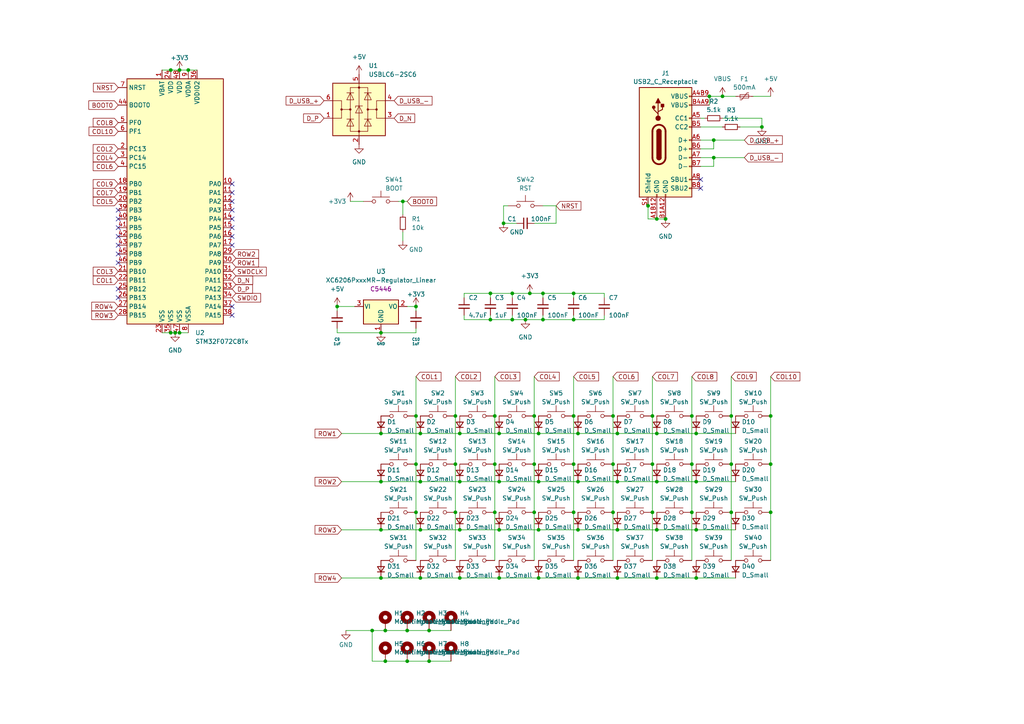
<source format=kicad_sch>
(kicad_sch (version 20230121) (generator eeschema)
  (paper "A4")
  (junction (at 179.07 125.73))
  (junction (at 118.11 182.88))
  (junction (at 157.48 85.09))
  (junction (at 207.01 40.64))
  (junction (at 110.49 153.67))
  (junction (at 156.21 167.64))
  (junction (at 144.78 139.7))
  (junction (at 177.8 120.65))
  (junction (at 177.8 148.59))
  (junction (at 120.65 134.62))
  (junction (at 148.59 85.09))
  (junction (at 156.21 139.7))
  (junction (at 189.23 120.65))
  (junction (at 143.51 148.59))
  (junction (at 133.35 125.73))
  (junction (at 179.07 167.64))
  (junction (at 177.8 134.62))
  (junction (at 142.24 85.09))
  (junction (at 124.46 191.77))
  (junction (at 144.78 167.64))
  (junction (at 166.37 120.65))
  (junction (at 146.05 64.77))
  (junction (at 148.59 92.71))
  (junction (at 193.04 63.5))
  (junction (at 201.93 125.73))
  (junction (at 121.92 167.64))
  (junction (at 110.49 167.64))
  (junction (at 52.07 96.52))
  (junction (at 133.35 167.64))
  (junction (at 190.5 139.7))
  (junction (at 120.65 88.9) (diameter 0.9144))
  (junction (at 189.23 148.59))
  (junction (at 144.78 125.73))
  (junction (at 190.5 167.64))
  (junction (at 153.67 85.09))
  (junction (at 142.24 92.71))
  (junction (at 154.94 120.65))
  (junction (at 190.5 153.67))
  (junction (at 190.5 63.5))
  (junction (at 220.98 36.83))
  (junction (at 166.37 92.71))
  (junction (at 201.93 139.7))
  (junction (at 166.37 85.09))
  (junction (at 49.53 96.52))
  (junction (at 97.79 88.9) (diameter 0.9144))
  (junction (at 205.74 27.94))
  (junction (at 223.52 148.59))
  (junction (at 156.21 125.73))
  (junction (at 201.93 167.64))
  (junction (at 132.08 134.62))
  (junction (at 121.92 139.7))
  (junction (at 223.52 134.62))
  (junction (at 144.78 153.67))
  (junction (at 152.4 92.71))
  (junction (at 201.93 153.67))
  (junction (at 166.37 134.62))
  (junction (at 200.66 120.65))
  (junction (at 200.66 148.59))
  (junction (at 157.48 92.71))
  (junction (at 166.37 148.59))
  (junction (at 143.51 134.62))
  (junction (at 209.55 27.94))
  (junction (at 212.09 120.65))
  (junction (at 167.64 125.73))
  (junction (at 49.53 20.32))
  (junction (at 189.23 134.62))
  (junction (at 167.64 153.67))
  (junction (at 116.84 58.42))
  (junction (at 207.01 45.72))
  (junction (at 118.11 191.77))
  (junction (at 107.95 182.88))
  (junction (at 133.35 153.67))
  (junction (at 121.92 153.67))
  (junction (at 223.52 120.65))
  (junction (at 110.49 139.7))
  (junction (at 111.76 191.77))
  (junction (at 154.94 148.59))
  (junction (at 167.64 167.64))
  (junction (at 179.07 153.67))
  (junction (at 212.09 134.62))
  (junction (at 121.92 125.73))
  (junction (at 156.21 153.67))
  (junction (at 167.64 139.7))
  (junction (at 110.49 96.52) (diameter 0.9144))
  (junction (at 200.66 134.62))
  (junction (at 212.09 148.59))
  (junction (at 120.65 120.65))
  (junction (at 132.08 148.59))
  (junction (at 110.49 125.73))
  (junction (at 154.94 134.62))
  (junction (at 124.46 182.88))
  (junction (at 50.8 96.52))
  (junction (at 133.35 139.7))
  (junction (at 52.07 20.32))
  (junction (at 111.76 182.88))
  (junction (at 120.65 148.59))
  (junction (at 54.61 20.32))
  (junction (at 132.08 120.65))
  (junction (at 179.07 139.7))
  (junction (at 143.51 120.65))
  (junction (at 190.5 125.73))
  (junction (at 187.96 59.69))
  (no_connect (at 67.31 63.5))
  (no_connect (at 34.29 60.96))
  (no_connect (at 34.29 83.82))
  (no_connect (at 67.31 66.04))
  (no_connect (at 34.29 71.12))
  (no_connect (at 67.31 88.9))
  (no_connect (at 203.2 52.07))
  (no_connect (at 34.29 68.58))
  (no_connect (at 34.29 63.5))
  (no_connect (at 67.31 71.12))
  (no_connect (at 67.31 58.42))
  (no_connect (at 67.31 55.88))
  (no_connect (at 67.31 60.96))
  (no_connect (at 67.31 68.58))
  (no_connect (at 34.29 73.66))
  (no_connect (at 67.31 53.34))
  (no_connect (at 34.29 86.36))
  (no_connect (at 67.31 91.44))
  (no_connect (at 34.29 76.2))
  (no_connect (at 34.29 66.04))
  (no_connect (at 203.2 54.61))
  (wire (pts (xy 143.51 120.65) (xy 143.51 134.62)))
  (wire (pts (xy 143.51 134.62) (xy 143.51 148.59)))
  (wire (pts (xy 154.94 148.59) (xy 154.94 162.56)))
  (wire (pts (xy 212.09 134.62) (xy 212.09 148.59)))
  (wire (pts (xy 166.37 134.62) (xy 166.37 148.59)))
  (wire (pts (xy 157.48 85.09) (xy 166.37 85.09)))
  (wire (pts (xy 166.37 85.09) (xy 166.37 86.36)))
  (wire (pts (xy 118.11 191.77) (xy 124.46 191.77)))
  (wire (pts (xy 209.55 34.29) (xy 220.98 34.29)))
  (wire (pts (xy 144.78 167.64) (xy 156.21 167.64)))
  (wire (pts (xy 142.24 91.44) (xy 142.24 92.71)))
  (wire (pts (xy 133.35 167.64) (xy 144.78 167.64)))
  (wire (pts (xy 218.44 27.94) (xy 223.52 27.94)))
  (wire (pts (xy 190.5 139.7) (xy 201.93 139.7)))
  (wire (pts (xy 166.37 85.09) (xy 175.26 85.09)))
  (wire (pts (xy 133.35 153.67) (xy 144.78 153.67)))
  (wire (pts (xy 99.06 139.7) (xy 110.49 139.7)))
  (wire (pts (xy 116.84 58.42) (xy 116.84 62.23)))
  (wire (pts (xy 223.52 120.65) (xy 223.52 134.62)))
  (wire (pts (xy 177.8 109.22) (xy 177.8 120.65)))
  (wire (pts (xy 134.62 86.36) (xy 134.62 85.09)))
  (wire (pts (xy 134.62 85.09) (xy 142.24 85.09)))
  (wire (pts (xy 97.79 88.9) (xy 102.87 88.9)))
  (wire (pts (xy 189.23 148.59) (xy 189.23 162.56)))
  (wire (pts (xy 144.78 139.7) (xy 156.21 139.7)))
  (wire (pts (xy 207.01 45.72) (xy 203.2 45.72)))
  (wire (pts (xy 134.62 91.44) (xy 134.62 92.71)))
  (wire (pts (xy 200.66 134.62) (xy 200.66 148.59)))
  (wire (pts (xy 146.05 59.69) (xy 147.32 59.69)))
  (wire (pts (xy 115.57 58.42) (xy 116.84 58.42)))
  (wire (pts (xy 143.51 109.22) (xy 143.51 120.65)))
  (wire (pts (xy 207.01 40.64) (xy 207.01 43.18)))
  (wire (pts (xy 118.11 182.88) (xy 124.46 182.88)))
  (wire (pts (xy 132.08 148.59) (xy 132.08 162.56)))
  (wire (pts (xy 120.65 134.62) (xy 120.65 148.59)))
  (wire (pts (xy 107.95 182.88) (xy 111.76 182.88)))
  (wire (pts (xy 132.08 109.22) (xy 132.08 120.65)))
  (wire (pts (xy 54.61 20.32) (xy 52.07 20.32)))
  (wire (pts (xy 209.55 27.94) (xy 213.36 27.94)))
  (wire (pts (xy 212.09 109.22) (xy 212.09 120.65)))
  (wire (pts (xy 201.93 167.64) (xy 213.36 167.64)))
  (wire (pts (xy 97.79 95.25) (xy 97.79 96.52)))
  (wire (pts (xy 204.47 34.29) (xy 203.2 34.29)))
  (wire (pts (xy 132.08 134.62) (xy 132.08 148.59)))
  (wire (pts (xy 50.8 96.52) (xy 52.07 96.52)))
  (wire (pts (xy 133.35 125.73) (xy 144.78 125.73)))
  (wire (pts (xy 99.06 167.64) (xy 110.49 167.64)))
  (wire (pts (xy 190.5 167.64) (xy 201.93 167.64)))
  (wire (pts (xy 116.84 58.42) (xy 118.11 58.42)))
  (wire (pts (xy 124.46 191.77) (xy 130.81 191.77)))
  (wire (pts (xy 120.65 148.59) (xy 120.65 162.56)))
  (wire (pts (xy 46.99 20.32) (xy 49.53 20.32)))
  (wire (pts (xy 101.6 58.42) (xy 105.41 58.42)))
  (wire (pts (xy 156.21 153.67) (xy 167.64 153.67)))
  (wire (pts (xy 154.94 64.77) (xy 161.29 64.77)))
  (wire (pts (xy 189.23 109.22) (xy 189.23 120.65)))
  (wire (pts (xy 99.06 125.73) (xy 110.49 125.73)))
  (wire (pts (xy 100.33 182.88) (xy 107.95 182.88)))
  (wire (pts (xy 187.96 58.42) (xy 187.96 59.69)))
  (wire (pts (xy 212.09 148.59) (xy 212.09 162.56)))
  (wire (pts (xy 179.07 167.64) (xy 190.5 167.64)))
  (wire (pts (xy 142.24 85.09) (xy 142.24 86.36)))
  (wire (pts (xy 107.95 182.88) (xy 107.95 191.77)))
  (wire (pts (xy 189.23 134.62) (xy 189.23 148.59)))
  (wire (pts (xy 207.01 45.72) (xy 207.01 48.26)))
  (wire (pts (xy 110.49 96.52) (xy 97.79 96.52)))
  (wire (pts (xy 177.8 134.62) (xy 177.8 148.59)))
  (wire (pts (xy 190.5 153.67) (xy 201.93 153.67)))
  (wire (pts (xy 223.52 109.22) (xy 223.52 120.65)))
  (wire (pts (xy 157.48 92.71) (xy 166.37 92.71)))
  (wire (pts (xy 166.37 92.71) (xy 166.37 91.44)))
  (wire (pts (xy 201.93 125.73) (xy 213.36 125.73)))
  (wire (pts (xy 161.29 64.77) (xy 161.29 59.69)))
  (wire (pts (xy 121.92 153.67) (xy 133.35 153.67)))
  (wire (pts (xy 207.01 40.64) (xy 203.2 40.64)))
  (wire (pts (xy 203.2 48.26) (xy 207.01 48.26)))
  (wire (pts (xy 220.98 36.83) (xy 214.63 36.83)))
  (wire (pts (xy 175.26 85.09) (xy 175.26 86.36)))
  (wire (pts (xy 121.92 139.7) (xy 133.35 139.7)))
  (wire (pts (xy 175.26 91.44) (xy 175.26 92.71)))
  (wire (pts (xy 187.96 59.69) (xy 187.96 63.5)))
  (wire (pts (xy 148.59 91.44) (xy 148.59 92.71)))
  (wire (pts (xy 157.48 59.69) (xy 161.29 59.69)))
  (wire (pts (xy 154.94 134.62) (xy 154.94 148.59)))
  (wire (pts (xy 146.05 64.77) (xy 146.05 59.69)))
  (wire (pts (xy 190.5 63.5) (xy 193.04 63.5)))
  (wire (pts (xy 167.64 167.64) (xy 179.07 167.64)))
  (wire (pts (xy 121.92 167.64) (xy 133.35 167.64)))
  (wire (pts (xy 120.65 88.9) (xy 120.65 90.17)))
  (wire (pts (xy 110.49 139.7) (xy 121.92 139.7)))
  (wire (pts (xy 215.9 40.64) (xy 207.01 40.64)))
  (wire (pts (xy 148.59 85.09) (xy 142.24 85.09)))
  (wire (pts (xy 166.37 148.59) (xy 166.37 162.56)))
  (wire (pts (xy 148.59 85.09) (xy 148.59 86.36)))
  (wire (pts (xy 142.24 92.71) (xy 148.59 92.71)))
  (wire (pts (xy 190.5 125.73) (xy 201.93 125.73)))
  (wire (pts (xy 157.48 92.71) (xy 157.48 91.44)))
  (wire (pts (xy 134.62 92.71) (xy 142.24 92.71)))
  (wire (pts (xy 187.96 63.5) (xy 190.5 63.5)))
  (wire (pts (xy 203.2 43.18) (xy 207.01 43.18)))
  (wire (pts (xy 54.61 20.32) (xy 57.15 20.32)))
  (wire (pts (xy 110.49 167.64) (xy 121.92 167.64)))
  (wire (pts (xy 157.48 85.09) (xy 157.48 86.36)))
  (wire (pts (xy 110.49 125.73) (xy 121.92 125.73)))
  (wire (pts (xy 209.55 36.83) (xy 203.2 36.83)))
  (wire (pts (xy 223.52 134.62) (xy 223.52 148.59)))
  (wire (pts (xy 154.94 109.22) (xy 154.94 120.65)))
  (wire (pts (xy 156.21 167.64) (xy 167.64 167.64)))
  (wire (pts (xy 167.64 125.73) (xy 179.07 125.73)))
  (wire (pts (xy 166.37 92.71) (xy 175.26 92.71)))
  (wire (pts (xy 132.08 120.65) (xy 132.08 134.62)))
  (wire (pts (xy 166.37 109.22) (xy 166.37 120.65)))
  (wire (pts (xy 107.95 191.77) (xy 111.76 191.77)))
  (wire (pts (xy 116.84 67.31) (xy 116.84 69.85)))
  (wire (pts (xy 120.65 109.22) (xy 120.65 120.65)))
  (wire (pts (xy 189.23 120.65) (xy 189.23 134.62)))
  (wire (pts (xy 179.07 153.67) (xy 190.5 153.67)))
  (wire (pts (xy 201.93 153.67) (xy 213.36 153.67)))
  (wire (pts (xy 111.76 182.88) (xy 118.11 182.88)))
  (wire (pts (xy 120.65 95.25) (xy 120.65 96.52)))
  (wire (pts (xy 110.49 96.52) (xy 120.65 96.52)))
  (wire (pts (xy 46.99 96.52) (xy 49.53 96.52)))
  (wire (pts (xy 148.59 92.71) (xy 152.4 92.71)))
  (wire (pts (xy 200.66 148.59) (xy 200.66 162.56)))
  (wire (pts (xy 144.78 125.73) (xy 156.21 125.73)))
  (wire (pts (xy 215.9 45.72) (xy 207.01 45.72)))
  (wire (pts (xy 49.53 20.32) (xy 52.07 20.32)))
  (wire (pts (xy 124.46 182.88) (xy 130.81 182.88)))
  (wire (pts (xy 149.86 64.77) (xy 146.05 64.77)))
  (wire (pts (xy 154.94 120.65) (xy 154.94 134.62)))
  (wire (pts (xy 156.21 125.73) (xy 167.64 125.73)))
  (wire (pts (xy 52.07 96.52) (xy 54.61 96.52)))
  (wire (pts (xy 167.64 153.67) (xy 179.07 153.67)))
  (wire (pts (xy 201.93 139.7) (xy 213.36 139.7)))
  (wire (pts (xy 223.52 148.59) (xy 223.52 162.56)))
  (wire (pts (xy 143.51 148.59) (xy 143.51 162.56)))
  (wire (pts (xy 97.79 88.9) (xy 97.79 90.17)))
  (wire (pts (xy 118.11 88.9) (xy 120.65 88.9)))
  (wire (pts (xy 220.98 34.29) (xy 220.98 36.83)))
  (wire (pts (xy 167.64 139.7) (xy 179.07 139.7)))
  (wire (pts (xy 200.66 109.22) (xy 200.66 120.65)))
  (wire (pts (xy 121.92 125.73) (xy 133.35 125.73)))
  (wire (pts (xy 49.53 96.52) (xy 50.8 96.52)))
  (wire (pts (xy 133.35 139.7) (xy 144.78 139.7)))
  (wire (pts (xy 212.09 120.65) (xy 212.09 134.62)))
  (wire (pts (xy 205.74 27.94) (xy 205.74 30.48)))
  (wire (pts (xy 120.65 120.65) (xy 120.65 134.62)))
  (wire (pts (xy 148.59 85.09) (xy 153.67 85.09)))
  (wire (pts (xy 153.67 85.09) (xy 157.48 85.09)))
  (wire (pts (xy 205.74 27.94) (xy 209.55 27.94)))
  (wire (pts (xy 144.78 153.67) (xy 156.21 153.67)))
  (wire (pts (xy 152.4 92.71) (xy 157.48 92.71)))
  (wire (pts (xy 166.37 120.65) (xy 166.37 134.62)))
  (wire (pts (xy 110.49 153.67) (xy 121.92 153.67)))
  (wire (pts (xy 200.66 120.65) (xy 200.66 134.62)))
  (wire (pts (xy 99.06 153.67) (xy 110.49 153.67)))
  (wire (pts (xy 179.07 125.73) (xy 190.5 125.73)))
  (wire (pts (xy 177.8 148.59) (xy 177.8 162.56)))
  (wire (pts (xy 156.21 139.7) (xy 167.64 139.7)))
  (wire (pts (xy 177.8 120.65) (xy 177.8 134.62)))
  (wire (pts (xy 179.07 139.7) (xy 190.5 139.7)))
  (wire (pts (xy 111.76 191.77) (xy 118.11 191.77)))
  (global_label "SWDCLK" (shape input) (at 67.31 78.74 0) (property "Intersheetrefs" "${INTERSHEET_REFS}" (effects hide)))
  (global_label "NRST" (shape input) (at 161.29 59.69 0) (property "Intersheetrefs" "${INTERSHEET_REFS}" (effects hide)))
  (global_label "D_USB_+" (shape input) (at 215.9 40.64 0) (property "Intersheetrefs" "${INTERSHEET_REFS}" (effects hide)))
  (global_label "D_USB_+" (shape input) (at 93.98 29.21 180) (property "Intersheetrefs" "${INTERSHEET_REFS}" (effects hide)))
  (global_label "COL6" (shape input) (at 177.8 109.22 0) (property "Intersheetrefs" "${INTERSHEET_REFS}" (effects hide)))
  (global_label "COL2" (shape input) (at 34.29 43.18 180) (property "Intersheetrefs" "${INTERSHEET_REFS}" (effects hide)))
  (global_label "ROW1" (shape input) (at 67.31 76.2 0) (property "Intersheetrefs" "${INTERSHEET_REFS}" (effects hide)))
  (global_label "ROW2" (shape input) (at 67.31 73.66 0) (property "Intersheetrefs" "${INTERSHEET_REFS}" (effects hide)))
  (global_label "D_P" (shape input) (at 93.98 34.29 180) (property "Intersheetrefs" "${INTERSHEET_REFS}" (effects hide)))
  (global_label "D_USB_-" (shape input) (at 215.9 45.72 0) (property "Intersheetrefs" "${INTERSHEET_REFS}" (effects hide)))
  (global_label "COL7" (shape input) (at 189.23 109.22 0) (property "Intersheetrefs" "${INTERSHEET_REFS}" (effects hide)))
  (global_label "COL7" (shape input) (at 34.29 55.88 180) (property "Intersheetrefs" "${INTERSHEET_REFS}" (effects hide)))
  (global_label "COL1" (shape input) (at 120.65 109.22 0) (property "Intersheetrefs" "${INTERSHEET_REFS}" (effects hide)))
  (global_label "COL4" (shape input) (at 154.94 109.22 0) (property "Intersheetrefs" "${INTERSHEET_REFS}" (effects hide)))
  (global_label "SWDIO" (shape input) (at 67.31 86.36 0) (property "Intersheetrefs" "${INTERSHEET_REFS}" (effects hide)))
  (global_label "COL5" (shape input) (at 166.37 109.22 0) (property "Intersheetrefs" "${INTERSHEET_REFS}" (effects hide)))
  (global_label "COL2" (shape input) (at 132.08 109.22 0) (property "Intersheetrefs" "${INTERSHEET_REFS}" (effects hide)))
  (global_label "COL8" (shape input) (at 34.29 35.56 180) (property "Intersheetrefs" "${INTERSHEET_REFS}" (effects hide)))
  (global_label "D_N" (shape input) (at 67.31 81.28 0) (property "Intersheetrefs" "${INTERSHEET_REFS}" (effects hide)))
  (global_label "D_P" (shape input) (at 67.31 83.82 0) (property "Intersheetrefs" "${INTERSHEET_REFS}" (effects hide)))
  (global_label "ROW1" (shape input) (at 99.06 125.73 180) (property "Intersheetrefs" "${INTERSHEET_REFS}" (effects hide)))
  (global_label "BOOT0" (shape input) (at 118.11 58.42 0) (property "Intersheetrefs" "${INTERSHEET_REFS}" (effects hide)))
  (global_label "ROW3" (shape input) (at 34.29 91.44 180) (property "Intersheetrefs" "${INTERSHEET_REFS}" (effects hide)))
  (global_label "D_N" (shape input) (at 114.3 34.29 0) (property "Intersheetrefs" "${INTERSHEET_REFS}" (effects hide)))
  (global_label "ROW4" (shape input) (at 34.29 88.9 180) (property "Intersheetrefs" "${INTERSHEET_REFS}" (effects hide)))
  (global_label "ROW4" (shape input) (at 99.06 167.64 180) (property "Intersheetrefs" "${INTERSHEET_REFS}" (effects hide)))
  (global_label "COL5" (shape input) (at 34.29 58.42 180) (property "Intersheetrefs" "${INTERSHEET_REFS}" (effects hide)))
  (global_label "NRST" (shape input) (at 34.29 25.4 180) (property "Intersheetrefs" "${INTERSHEET_REFS}" (effects hide)))
  (global_label "COL3" (shape input) (at 34.29 78.74 180) (property "Intersheetrefs" "${INTERSHEET_REFS}" (effects hide)))
  (global_label "COL8" (shape input) (at 200.66 109.22 0) (property "Intersheetrefs" "${INTERSHEET_REFS}" (effects hide)))
  (global_label "COL1" (shape input) (at 34.29 81.28 180) (property "Intersheetrefs" "${INTERSHEET_REFS}" (effects hide)))
  (global_label "COL6" (shape input) (at 34.29 48.26 180) (property "Intersheetrefs" "${INTERSHEET_REFS}" (effects hide)))
  (global_label "COL9" (shape input) (at 212.09 109.22 0) (property "Intersheetrefs" "${INTERSHEET_REFS}" (effects hide)))
  (global_label "ROW3" (shape input) (at 99.06 153.67 180) (property "Intersheetrefs" "${INTERSHEET_REFS}" (effects hide)))
  (global_label "BOOT0" (shape input) (at 34.29 30.48 180) (property "Intersheetrefs" "${INTERSHEET_REFS}" (effects hide)))
  (global_label "COL4" (shape input) (at 34.29 45.72 180) (property "Intersheetrefs" "${INTERSHEET_REFS}" (effects hide)))
  (global_label "D_USB_-" (shape input) (at 114.3 29.21 0) (property "Intersheetrefs" "${INTERSHEET_REFS}" (effects hide)))
  (global_label "COL9" (shape input) (at 34.29 53.34 180) (property "Intersheetrefs" "${INTERSHEET_REFS}" (effects hide)))
  (global_label "COL3" (shape input) (at 143.51 109.22 0) (property "Intersheetrefs" "${INTERSHEET_REFS}" (effects hide)))
  (global_label "ROW2" (shape input) (at 99.06 139.7 180) (property "Intersheetrefs" "${INTERSHEET_REFS}" (effects hide)))
  (global_label "COL10" (shape input) (at 34.29 38.1 180) (property "Intersheetrefs" "${INTERSHEET_REFS}" (effects hide)))
  (global_label "COL10" (shape input) (at 223.52 109.22 0) (property "Intersheetrefs" "${INTERSHEET_REFS}" (effects hide)))
  (symbol (lib_id "power:GND") (at 104.14 41.91 0) (unit 1)
    (property "Reference" "#PWR05" (effects hide))
    (property "Value" "GND" (at 104.14 46.99 0))
  )
  (symbol (lib_id "Device:C_Small") (at 148.59 88.9 0) (unit 1)
    (property "Reference" "C4" (at 149.86 86.3599 0) (effects (justify left)))
    (property "Value" "100nF" (at 149.86 91.4399 0) (effects (justify left)))
    (property "Footprint" "Capacitor_SMD:C_0402_1005Metric" (effects hide))
    (property "LCSC" "C307331" (effects hide))
  )
  (symbol (lib_id "Device:R_Small") (at 116.84 64.77 0) (unit 1)
    (property "Reference" "R1" (at 119.38 63.4999 0) (effects (justify left)))
    (property "Value" "10k" (at 119.38 66.0399 0) (effects (justify left)))
    (property "Footprint" "Resistor_SMD:R_0402_1005Metric" (effects hide))
  )
  (symbol (lib_id "Switch:SW_Push") (at 110.49 58.42 0) (unit 1)
    (property "Reference" "SW41" (at 114.3 52.07 0))
    (property "Value" "BOOT" (at 114.3 54.61 0))
    (property "Footprint" "Button_Switch_SMD:SW_SPST_SKQG_WithoutStem" (effects hide))
  )
  (symbol (lib_id "Mechanical:MountingHole_Pad") (at 111.76 180.34 0) (unit 1)
    (property "Reference" "H1" (at 114.3 177.8579 0) (effects (justify left)))
    (property "Value" "MountingHole_Pad" (at 114.3 180.2821 0) (effects (justify left)))
    (property "Footprint" "userlib:m1.6_hole" (effects hide))
  )
  (symbol (lib_id "Mechanical:MountingHole_Pad") (at 124.46 189.23 0) (unit 1)
    (property "Reference" "H7" (at 127 186.7479 0) (effects (justify left)))
    (property "Value" "MountingHole_Pad" (at 127 189.1721 0) (effects (justify left)))
    (property "Footprint" "userlib:m1.6_hole" (effects hide))
  )
  (symbol (lib_id "Switch:SW_Push") (at 138.43 134.62 0) (unit 1)
    (property "Reference" "SW13" (at 138.43 127.9992 0))
    (property "Value" "SW_Push" (at 138.43 130.5361 0))
    (property "Footprint" "Button_Switch_SMD:SW_SPST_EVQP0" (effects hide))
  )
  (symbol (lib_id "Device:C_Small") (at 166.37 88.9 0) (unit 1)
    (property "Reference" "C6" (at 167.64 86.3599 0) (effects (justify left)))
    (property "Value" "100nF" (at 167.64 91.4399 0) (effects (justify left)))
    (property "Footprint" "Capacitor_SMD:C_0402_1005Metric" (effects hide))
    (property "LCSC" "C307331" (effects hide))
  )
  (symbol (lib_id "Device:D_Small") (at 110.49 165.1 90) (unit 1)
    (property "Reference" "D31" (at 112.268 164.2653 90) (effects (justify right)))
    (property "Value" "D_Small" (at 112.268 166.8022 90) (effects (justify right)))
    (property "Footprint" "Diode_SMD:D_SOD-523" (effects hide))
  )
  (symbol (lib_id "Switch:SW_Push") (at 115.57 148.59 0) (unit 1)
    (property "Reference" "SW21" (at 115.57 141.9692 0))
    (property "Value" "SW_Push" (at 115.57 144.5061 0))
    (property "Footprint" "Button_Switch_SMD:SW_SPST_EVQP0" (effects hide))
  )
  (symbol (lib_id "Device:D_Small") (at 121.92 123.19 90) (unit 1)
    (property "Reference" "D2" (at 123.698 122.3553 90) (effects (justify right)))
    (property "Value" "D_Small" (at 123.698 124.8922 90) (effects (justify right)))
    (property "Footprint" "Diode_SMD:D_SOD-523" (effects hide))
  )
  (symbol (lib_id "Device:D_Small") (at 156.21 165.1 90) (unit 1)
    (property "Reference" "D35" (at 157.988 164.2653 90) (effects (justify right)))
    (property "Value" "D_Small" (at 157.988 166.8022 90) (effects (justify right)))
    (property "Footprint" "Diode_SMD:D_SOD-523" (effects hide))
  )
  (symbol (lib_id "Device:D_Small") (at 156.21 151.13 90) (unit 1)
    (property "Reference" "D25" (at 157.988 150.2953 90) (effects (justify right)))
    (property "Value" "D_Small" (at 157.988 152.8322 90) (effects (justify right)))
    (property "Footprint" "Diode_SMD:D_SOD-523" (effects hide))
  )
  (symbol (lib_id "Device:D_Small") (at 167.64 165.1 90) (unit 1)
    (property "Reference" "D36" (at 169.418 164.2653 90) (effects (justify right)))
    (property "Value" "D_Small" (at 169.418 166.8022 90) (effects (justify right)))
    (property "Footprint" "Diode_SMD:D_SOD-523" (effects hide))
  )
  (symbol (lib_id "Device:D_Small") (at 144.78 165.1 90) (unit 1)
    (property "Reference" "D34" (at 146.558 164.2653 90) (effects (justify right)))
    (property "Value" "D_Small" (at 146.558 166.8022 90) (effects (justify right)))
    (property "Footprint" "Diode_SMD:D_SOD-523" (effects hide))
  )
  (symbol (lib_id "Device:R_Small") (at 212.09 36.83 270) (unit 1)
    (property "Reference" "R3" (at 212.09 31.9491 90))
    (property "Value" "5.1k" (at 212.09 34.3733 90))
    (property "Footprint" "Resistor_SMD:R_0402_1005Metric" (effects hide))
  )
  (symbol (lib_id "Mechanical:MountingHole_Pad") (at 111.76 189.23 0) (unit 1)
    (property "Reference" "H5" (at 114.3 186.7479 0) (effects (justify left)))
    (property "Value" "MountingHole_Pad" (at 114.3 189.1721 0) (effects (justify left)))
    (property "Footprint" "userlib:m1.6_hole" (effects hide))
  )
  (symbol (lib_id "Device:D_Small") (at 190.5 137.16 90) (unit 1)
    (property "Reference" "D18" (at 192.278 136.3253 90) (effects (justify right)))
    (property "Value" "D_Small" (at 192.278 138.8622 90) (effects (justify right)))
    (property "Footprint" "Diode_SMD:D_SOD-523" (effects hide))
  )
  (symbol (lib_id "Switch:SW_Push") (at 161.29 120.65 0) (unit 1)
    (property "Reference" "SW5" (at 161.29 114.0292 0))
    (property "Value" "SW_Push" (at 161.29 116.5661 0))
    (property "Footprint" "Button_Switch_SMD:SW_SPST_EVQP0" (effects hide))
  )
  (symbol (lib_id "Device:C_Small") (at 175.26 88.9 0) (unit 1)
    (property "Reference" "C7" (at 176.53 86.3599 0) (effects (justify left)))
    (property "Value" "100nF" (at 176.53 91.4399 0) (effects (justify left)))
    (property "Footprint" "Capacitor_SMD:C_0402_1005Metric" (effects hide))
    (property "LCSC" "C307331" (effects hide))
  )
  (symbol (lib_id "Switch:SW_Push") (at 115.57 134.62 0) (unit 1)
    (property "Reference" "SW11" (at 115.57 127.9992 0))
    (property "Value" "SW_Push" (at 115.57 130.5361 0))
    (property "Footprint" "Button_Switch_SMD:SW_SPST_EVQP0" (effects hide))
  )
  (symbol (lib_id "Power_Protection:USBLC6-2SC6") (at 104.14 31.75 0) (unit 1)
    (property "Reference" "U1" (at 106.9087 19.05 0) (effects (justify left)))
    (property "Value" "USBLC6-2SC6" (at 106.9087 21.59 0) (effects (justify left)))
    (property "Footprint" "Package_TO_SOT_SMD:SOT-23-6" (effects hide))
    (property "Datasheet" "https://www.st.com/resource/en/datasheet/usblc6-2.pdf" (effects hide))
  )
  (symbol (lib_id "Device:D_Small") (at 144.78 123.19 90) (unit 1)
    (property "Reference" "D4" (at 146.558 122.3553 90) (effects (justify right)))
    (property "Value" "D_Small" (at 146.558 124.8922 90) (effects (justify right)))
    (property "Footprint" "Diode_SMD:D_SOD-523" (effects hide))
  )
  (symbol (lib_name "GND_1") (lib_id "power:GND") (at 220.98 36.83 0) (unit 1)
    (property "Reference" "#PWR03" (effects hide))
    (property "Value" "GND" (at 220.98 40.9631 0))
  )
  (symbol (lib_id "Switch:SW_Push") (at 218.44 162.56 0) (unit 1)
    (property "Reference" "SW40" (at 218.44 155.9392 0))
    (property "Value" "SW_Push" (at 218.44 158.4761 0))
    (property "Footprint" "Button_Switch_SMD:SW_SPST_EVQP0" (effects hide))
  )
  (symbol (lib_id "Switch:SW_Push") (at 138.43 148.59 0) (unit 1)
    (property "Reference" "SW23" (at 138.43 141.9692 0))
    (property "Value" "SW_Push" (at 138.43 144.5061 0))
    (property "Footprint" "Button_Switch_SMD:SW_SPST_EVQP0" (effects hide))
  )
  (symbol (lib_id "Device:D_Small") (at 110.49 137.16 90) (unit 1)
    (property "Reference" "D11" (at 112.268 136.3253 90) (effects (justify right)))
    (property "Value" "D_Small" (at 112.268 138.8622 90) (effects (justify right)))
    (property "Footprint" "Diode_SMD:D_SOD-523" (effects hide))
  )
  (symbol (lib_id "Switch:SW_Push") (at 207.01 134.62 0) (unit 1)
    (property "Reference" "SW19" (at 207.01 127.9992 0))
    (property "Value" "SW_Push" (at 207.01 130.5361 0))
    (property "Footprint" "Button_Switch_SMD:SW_SPST_EVQP0" (effects hide))
  )
  (symbol (lib_id "Device:D_Small") (at 133.35 151.13 90) (unit 1)
    (property "Reference" "D23" (at 135.128 150.2953 90) (effects (justify right)))
    (property "Value" "D_Small" (at 135.128 152.8322 90) (effects (justify right)))
    (property "Footprint" "Diode_SMD:D_SOD-523" (effects hide))
  )
  (symbol (lib_id "Device:D_Small") (at 179.07 165.1 90) (unit 1)
    (property "Reference" "D37" (at 180.848 164.2653 90) (effects (justify right)))
    (property "Value" "D_Small" (at 180.848 166.8022 90) (effects (justify right)))
    (property "Footprint" "Diode_SMD:D_SOD-523" (effects hide))
  )
  (symbol (lib_id "Device:D_Small") (at 201.93 137.16 90) (unit 1)
    (property "Reference" "D19" (at 203.708 136.3253 90) (effects (justify right)))
    (property "Value" "D_Small" (at 203.708 138.8622 90) (effects (justify right)))
    (property "Footprint" "Diode_SMD:D_SOD-523" (effects hide))
  )
  (symbol (lib_id "Switch:SW_Push") (at 207.01 162.56 0) (unit 1)
    (property "Reference" "SW39" (at 207.01 155.9392 0))
    (property "Value" "SW_Push" (at 207.01 158.4761 0))
    (property "Footprint" "Button_Switch_SMD:SW_SPST_EVQP0" (effects hide))
  )
  (symbol (lib_id "power:GND") (at 116.84 69.85 0) (unit 1)
    (property "Reference" "#PWR09" (effects hide))
    (property "Value" "GND" (at 120.65 72.39 0))
  )
  (symbol (lib_id "Switch:SW_Push") (at 184.15 162.56 0) (unit 1)
    (property "Reference" "SW37" (at 184.15 155.9392 0))
    (property "Value" "SW_Push" (at 184.15 158.4761 0))
    (property "Footprint" "Button_Switch_SMD:SW_SPST_EVQP0" (effects hide))
  )
  (symbol (lib_id "Mechanical:MountingHole_Pad") (at 124.46 180.34 0) (unit 1)
    (property "Reference" "H3" (at 127 177.8579 0) (effects (justify left)))
    (property "Value" "MountingHole_Pad" (at 127 180.2821 0) (effects (justify left)))
    (property "Footprint" "userlib:m1.6_hole" (effects hide))
  )
  (symbol (lib_id "Mechanical:MountingHole_Pad") (at 118.11 189.23 0) (unit 1)
    (property "Reference" "H6" (at 120.65 186.7479 0) (effects (justify left)))
    (property "Value" "MountingHole_Pad" (at 120.65 189.1721 0) (effects (justify left)))
    (property "Footprint" "userlib:m1.6_hole" (effects hide))
  )
  (symbol (lib_id "Switch:SW_Push") (at 207.01 120.65 0) (unit 1)
    (property "Reference" "SW9" (at 207.01 114.0292 0))
    (property "Value" "SW_Push" (at 207.01 116.5661 0))
    (property "Footprint" "Button_Switch_SMD:SW_SPST_EVQP0" (effects hide))
  )
  (symbol (lib_id "Switch:SW_Push") (at 207.01 148.59 0) (unit 1)
    (property "Reference" "SW29" (at 207.01 141.9692 0))
    (property "Value" "SW_Push" (at 207.01 144.5061 0))
    (property "Footprint" "Button_Switch_SMD:SW_SPST_EVQP0" (effects hide))
  )
  (symbol (lib_id "Device:D_Small") (at 190.5 123.19 90) (unit 1)
    (property "Reference" "D8" (at 192.278 122.3553 90) (effects (justify right)))
    (property "Value" "D_Small" (at 192.278 124.8922 90) (effects (justify right)))
    (property "Footprint" "Diode_SMD:D_SOD-523" (effects hide))
  )
  (symbol (lib_id "Device:D_Small") (at 156.21 137.16 90) (unit 1)
    (property "Reference" "D15" (at 157.988 136.3253 90) (effects (justify right)))
    (property "Value" "D_Small" (at 157.988 138.8622 90) (effects (justify right)))
    (property "Footprint" "Diode_SMD:D_SOD-523" (effects hide))
  )
  (symbol (lib_id "Device:D_Small") (at 201.93 151.13 90) (unit 1)
    (property "Reference" "D29" (at 203.708 150.2953 90) (effects (justify right)))
    (property "Value" "D_Small" (at 203.708 152.8322 90) (effects (justify right)))
    (property "Footprint" "Diode_SMD:D_SOD-523" (effects hide))
  )
  (symbol (lib_id "Device:C_Small") (at 142.24 88.9 0) (unit 1)
    (property "Reference" "C3" (at 143.51 86.3599 0) (effects (justify left)))
    (property "Value" "1uF" (at 143.51 91.4399 0) (effects (justify left)))
    (property "Footprint" "Capacitor_SMD:C_0402_1005Metric" (effects hide))
    (property "LCSC" "C52923" (effects hide))
  )
  (symbol (lib_id "kicad-keyboard-parts:XC6206PxxxMR-Regulator_Linear") (at 110.49 88.9 0) (unit 1)
    (property "Reference" "U3" (at 110.49 78.74 0))
    (property "Value" "XC6206PxxxMR-Regulator_Linear" (at 110.49 81.28 0))
    (property "Footprint" "Package_TO_SOT_SMD:SOT-23" (effects hide))
    (property "Datasheet" "https://www.torexsemi.com/file/xc6206/XC6206.pdf" (effects hide))
    (property "LCSC" "C5446" (at 110.49 83.82 0))
  )
  (symbol (lib_id "power:GND") (at 193.04 63.5 0) (unit 1)
    (property "Reference" "#PWR017" (effects hide))
    (property "Value" "GND" (at 193.04 68.58 0))
  )
  (symbol (lib_id "Device:D_Small") (at 144.78 151.13 90) (unit 1)
    (property "Reference" "D24" (at 146.558 150.2953 90) (effects (justify right)))
    (property "Value" "D_Small" (at 146.558 152.8322 90) (effects (justify right)))
    (property "Footprint" "Diode_SMD:D_SOD-523" (effects hide))
  )
  (symbol (lib_id "Device:R_Small") (at 207.01 34.29 90) (unit 1)
    (property "Reference" "R2" (at 207.01 29.4091 90))
    (property "Value" "5.1k" (at 207.01 31.8333 90))
    (property "Footprint" "Resistor_SMD:R_0402_1005Metric" (effects hide))
  )
  (symbol (lib_id "Switch:SW_Push") (at 172.72 162.56 0) (unit 1)
    (property "Reference" "SW36" (at 172.72 155.9392 0))
    (property "Value" "SW_Push" (at 172.72 158.4761 0))
    (property "Footprint" "Button_Switch_SMD:SW_SPST_EVQP0" (effects hide))
  )
  (symbol (lib_id "Switch:SW_Push") (at 195.58 162.56 0) (unit 1)
    (property "Reference" "SW38" (at 195.58 155.9392 0))
    (property "Value" "SW_Push" (at 195.58 158.4761 0))
    (property "Footprint" "Button_Switch_SMD:SW_SPST_EVQP0" (effects hide))
  )
  (symbol (lib_id "Switch:SW_Push") (at 172.72 134.62 0) (unit 1)
    (property "Reference" "SW16" (at 172.72 127.9992 0))
    (property "Value" "SW_Push" (at 172.72 130.5361 0))
    (property "Footprint" "Button_Switch_SMD:SW_SPST_EVQP0" (effects hide))
  )
  (symbol (lib_id "Switch:SW_Push") (at 127 162.56 0) (unit 1)
    (property "Reference" "SW32" (at 127 155.9392 0))
    (property "Value" "SW_Push" (at 127 158.4761 0))
    (property "Footprint" "Button_Switch_SMD:SW_SPST_EVQP0" (effects hide))
  )
  (symbol (lib_id "Switch:SW_Push") (at 149.86 148.59 0) (unit 1)
    (property "Reference" "SW24" (at 149.86 141.9692 0))
    (property "Value" "SW_Push" (at 149.86 144.5061 0))
    (property "Footprint" "Button_Switch_SMD:SW_SPST_EVQP0" (effects hide))
  )
  (symbol (lib_id "Switch:SW_Push") (at 218.44 148.59 0) (unit 1)
    (property "Reference" "SW30" (at 218.44 141.9692 0))
    (property "Value" "SW_Push" (at 218.44 144.5061 0))
    (property "Footprint" "Button_Switch_SMD:SW_SPST_EVQP0" (effects hide))
  )
  (symbol (lib_id "Device:D_Small") (at 133.35 123.19 90) (unit 1)
    (property "Reference" "D3" (at 135.128 122.3553 90) (effects (justify right)))
    (property "Value" "D_Small" (at 135.128 124.8922 90) (effects (justify right)))
    (property "Footprint" "Diode_SMD:D_SOD-523" (effects hide))
  )
  (symbol (lib_id "Switch:SW_Push") (at 195.58 134.62 0) (unit 1)
    (property "Reference" "SW18" (at 195.58 127.9992 0))
    (property "Value" "SW_Push" (at 195.58 130.5361 0))
    (property "Footprint" "Button_Switch_SMD:SW_SPST_EVQP0" (effects hide))
  )
  (symbol (lib_id "Device:C_Small") (at 157.48 88.9 0) (unit 1)
    (property "Reference" "C5" (at 158.75 86.3599 0) (effects (justify left)))
    (property "Value" "100nF" (at 158.75 91.4399 0) (effects (justify left)))
    (property "Footprint" "Capacitor_SMD:C_0402_1005Metric" (effects hide))
    (property "LCSC" "C307331" (effects hide))
  )
  (symbol (lib_id "power:GND") (at 146.05 64.77 0) (unit 1)
    (property "Reference" "#PWR08" (effects hide))
    (property "Value" "GND" (at 149.86 67.31 0))
  )
  (symbol (lib_id "Switch:SW_Push") (at 184.15 120.65 0) (unit 1)
    (property "Reference" "SW7" (at 184.15 114.0292 0))
    (property "Value" "SW_Push" (at 184.15 116.5661 0))
    (property "Footprint" "Button_Switch_SMD:SW_SPST_EVQP0" (effects hide))
  )
  (symbol (lib_id "Device:D_Small") (at 213.36 151.13 90) (unit 1)
    (property "Reference" "D30" (at 215.138 150.2953 90) (effects (justify right)))
    (property "Value" "D_Small" (at 215.138 152.8322 90) (effects (justify right)))
    (property "Footprint" "Diode_SMD:D_SOD-523" (effects hide))
  )
  (symbol (lib_id "Mechanical:MountingHole_Pad") (at 130.81 189.23 0) (unit 1)
    (property "Reference" "H8" (at 133.35 186.7479 0) (effects (justify left)))
    (property "Value" "MountingHole_Pad" (at 133.35 189.1721 0) (effects (justify left)))
    (property "Footprint" "userlib:m1.6_hole" (effects hide))
  )
  (symbol (lib_id "Switch:SW_Push") (at 115.57 162.56 0) (unit 1)
    (property "Reference" "SW31" (at 115.57 155.9392 0))
    (property "Value" "SW_Push" (at 115.57 158.4761 0))
    (property "Footprint" "Button_Switch_SMD:SW_SPST_EVQP0" (effects hide))
  )
  (symbol (lib_id "Device:D_Small") (at 133.35 137.16 90) (unit 1)
    (property "Reference" "D13" (at 135.128 136.3253 90) (effects (justify right)))
    (property "Value" "D_Small" (at 135.128 138.8622 90) (effects (justify right)))
    (property "Footprint" "Diode_SMD:D_SOD-523" (effects hide))
  )
  (symbol (lib_id "Switch:SW_Push") (at 115.57 120.65 0) (unit 1)
    (property "Reference" "SW1" (at 115.57 114.0292 0))
    (property "Value" "SW_Push" (at 115.57 116.5661 0))
    (property "Footprint" "Button_Switch_SMD:SW_SPST_EVQP0" (effects hide))
  )
  (symbol (lib_id "power:+5V") (at 223.52 27.94 0) (unit 1)
    (property "Reference" "#PWR016" (effects hide))
    (property "Value" "+5V" (at 223.52 22.86 0))
  )
  (symbol (lib_id "Device:D_Small") (at 110.49 123.19 90) (unit 1)
    (property "Reference" "D1" (at 112.268 122.3553 90) (effects (justify right)))
    (property "Value" "D_Small" (at 112.268 124.8922 90) (effects (justify right)))
    (property "Footprint" "Diode_SMD:D_SOD-523" (effects hide))
  )
  (symbol (lib_id "Switch:SW_Push") (at 161.29 162.56 0) (unit 1)
    (property "Reference" "SW35" (at 161.29 155.9392 0))
    (property "Value" "SW_Push" (at 161.29 158.4761 0))
    (property "Footprint" "Button_Switch_SMD:SW_SPST_EVQP0" (effects hide))
  )
  (symbol (lib_id "Device:C_Small") (at 120.65 92.71 180) (unit 1)
    (property "Reference" "C10" (at 120.65 98.425 0) (effects (font (size 0.762 0.762))))
    (property "Value" "1uF" (at 120.65 99.695 0) (effects (font (size 0.762 0.762))))
    (property "Footprint" "Capacitor_SMD:C_0402_1005Metric" (effects hide))
    (property "LCSC" "C52923" (effects hide))
  )
  (symbol (lib_id "Device:D_Small") (at 167.64 137.16 90) (unit 1)
    (property "Reference" "D16" (at 169.418 136.3253 90) (effects (justify right)))
    (property "Value" "D_Small" (at 169.418 138.8622 90) (effects (justify right)))
    (property "Footprint" "Diode_SMD:D_SOD-523" (effects hide))
  )
  (symbol (lib_id "Device:D_Small") (at 201.93 123.19 90) (unit 1)
    (property "Reference" "D9" (at 203.708 122.3553 90) (effects (justify right)))
    (property "Value" "D_Small" (at 203.708 124.8922 90) (effects (justify right)))
    (property "Footprint" "Diode_SMD:D_SOD-523" (effects hide))
  )
  (symbol (lib_id "Device:D_Small") (at 213.36 137.16 90) (unit 1)
    (property "Reference" "D20" (at 215.138 136.3253 90) (effects (justify right)))
    (property "Value" "D_Small" (at 215.138 138.8622 90) (effects (justify right)))
    (property "Footprint" "Diode_SMD:D_SOD-523" (effects hide))
  )
  (symbol (lib_id "Device:D_Small") (at 190.5 165.1 90) (unit 1)
    (property "Reference" "D38" (at 192.278 164.2653 90) (effects (justify right)))
    (property "Value" "D_Small" (at 192.278 166.8022 90) (effects (justify right)))
    (property "Footprint" "Diode_SMD:D_SOD-523" (effects hide))
  )
  (symbol (lib_id "Switch:SW_Push") (at 149.86 162.56 0) (unit 1)
    (property "Reference" "SW34" (at 149.86 155.9392 0))
    (property "Value" "SW_Push" (at 149.86 158.4761 0))
    (property "Footprint" "Button_Switch_SMD:SW_SPST_EVQP0" (effects hide))
  )
  (symbol (lib_name "GND_2") (lib_id "power:GND") (at 100.33 182.88 0) (unit 1)
    (property "Reference" "#PWR04" (effects hide))
    (property "Value" "GND" (at 100.33 187.0131 0))
  )
  (symbol (lib_id "Device:D_Small") (at 144.78 137.16 90) (unit 1)
    (property "Reference" "D14" (at 146.558 136.3253 90) (effects (justify right)))
    (property "Value" "D_Small" (at 146.558 138.8622 90) (effects (justify right)))
    (property "Footprint" "Diode_SMD:D_SOD-523" (effects hide))
  )
  (symbol (lib_id "Switch:SW_Push") (at 149.86 120.65 0) (unit 1)
    (property "Reference" "SW4" (at 149.86 114.0292 0))
    (property "Value" "SW_Push" (at 149.86 116.5661 0))
    (property "Footprint" "Button_Switch_SMD:SW_SPST_EVQP0" (effects hide))
  )
  (symbol (lib_id "Device:D_Small") (at 167.64 151.13 90) (unit 1)
    (property "Reference" "D26" (at 169.418 150.2953 90) (effects (justify right)))
    (property "Value" "D_Small" (at 169.418 152.8322 90) (effects (justify right)))
    (property "Footprint" "Diode_SMD:D_SOD-523" (effects hide))
  )
  (symbol (lib_id "Switch:SW_Push") (at 149.86 134.62 0) (unit 1)
    (property "Reference" "SW14" (at 149.86 127.9992 0))
    (property "Value" "SW_Push" (at 149.86 130.5361 0))
    (property "Footprint" "Button_Switch_SMD:SW_SPST_EVQP0" (effects hide))
  )
  (symbol (lib_id "Device:D_Small") (at 179.07 123.19 90) (unit 1)
    (property "Reference" "D7" (at 180.848 122.3553 90) (effects (justify right)))
    (property "Value" "D_Small" (at 180.848 124.8922 90) (effects (justify right)))
    (property "Footprint" "Diode_SMD:D_SOD-523" (effects hide))
  )
  (symbol (lib_id "MCU_ST_STM32F0:STM32F072C8Tx") (at 52.07 58.42 0) (unit 1)
    (property "Reference" "U2" (at 56.6294 96.52 0) (effects (justify left)))
    (property "Value" "STM32F072C8Tx" (at 56.6294 99.06 0) (effects (justify left)))
    (property "Footprint" "Package_QFP:LQFP-48_7x7mm_P0.5mm" (effects hide))
    (property "Datasheet" "http://www.st.com/st-web-ui/static/active/en/resource/technical/document/datasheet/DM00090510.pdf" (effects hide))
  )
  (symbol (lib_id "power:+3.3V") (at 101.6 58.42 0) (unit 1)
    (property "Reference" "#PWR07" (effects hide))
    (property "Value" "+3.3V" (at 97.79 58.42 0))
  )
  (symbol (lib_id "Switch:SW_Push") (at 184.15 148.59 0) (unit 1)
    (property "Reference" "SW27" (at 184.15 141.9692 0))
    (property "Value" "SW_Push" (at 184.15 144.5061 0))
    (property "Footprint" "Button_Switch_SMD:SW_SPST_EVQP0" (effects hide))
  )
  (symbol (lib_id "Device:D_Small") (at 156.21 123.19 90) (unit 1)
    (property "Reference" "D5" (at 157.988 122.3553 90) (effects (justify right)))
    (property "Value" "D_Small" (at 157.988 124.8922 90) (effects (justify right)))
    (property "Footprint" "Diode_SMD:D_SOD-523" (effects hide))
  )
  (symbol (lib_id "Switch:SW_Push") (at 161.29 148.59 0) (unit 1)
    (property "Reference" "SW25" (at 161.29 141.9692 0))
    (property "Value" "SW_Push" (at 161.29 144.5061 0))
    (property "Footprint" "Button_Switch_SMD:SW_SPST_EVQP0" (effects hide))
  )
  (symbol (lib_id "Mechanical:MountingHole_Pad") (at 130.81 180.34 0) (unit 1)
    (property "Reference" "H4" (at 133.35 177.8579 0) (effects (justify left)))
    (property "Value" "MountingHole_Pad" (at 133.35 180.2821 0) (effects (justify left)))
    (property "Footprint" "userlib:m1.6_hole" (effects hide))
  )
  (symbol (lib_id "Switch:SW_Push") (at 218.44 120.65 0) (unit 1)
    (property "Reference" "SW10" (at 218.44 114.0292 0))
    (property "Value" "SW_Push" (at 218.44 116.5661 0))
    (property "Footprint" "Button_Switch_SMD:SW_SPST_EVQP0" (effects hide))
  )
  (symbol (lib_id "power:GND") (at 50.8 96.52 0) (unit 1)
    (property "Reference" "#PWR014" (effects hide))
    (property "Value" "GND" (at 50.8 101.6 0))
  )
  (symbol (lib_id "Switch:SW_Push") (at 138.43 120.65 0) (unit 1)
    (property "Reference" "SW3" (at 138.43 114.0292 0))
    (property "Value" "SW_Push" (at 138.43 116.5661 0))
    (property "Footprint" "Button_Switch_SMD:SW_SPST_EVQP0" (effects hide))
  )
  (symbol (lib_id "Switch:SW_Push") (at 127 148.59 0) (unit 1)
    (property "Reference" "SW22" (at 127 141.9692 0))
    (property "Value" "SW_Push" (at 127 144.5061 0))
    (property "Footprint" "Button_Switch_SMD:SW_SPST_EVQP0" (effects hide))
  )
  (symbol (lib_id "power:+5V") (at 97.79 88.9 0) (unit 1)
    (property "Reference" "#PWR011" (effects hide))
    (property "Value" "+5V" (at 97.79 83.82 0))
  )
  (symbol (lib_id "Device:D_Small") (at 201.93 165.1 90) (unit 1)
    (property "Reference" "D39" (at 203.708 164.2653 90) (effects (justify right)))
    (property "Value" "D_Small" (at 203.708 166.8022 90) (effects (justify right)))
    (property "Footprint" "Diode_SMD:D_SOD-523" (effects hide))
  )
  (symbol (lib_id "Switch:SW_Push") (at 152.4 59.69 0) (unit 1)
    (property "Reference" "SW42" (at 152.4 52.07 0))
    (property "Value" "RST" (at 152.4 54.61 0))
    (property "Footprint" "Button_Switch_SMD:SW_SPST_SKQG_WithoutStem" (effects hide))
  )
  (symbol (lib_id "Switch:SW_Push") (at 195.58 120.65 0) (unit 1)
    (property "Reference" "SW8" (at 195.58 114.0292 0))
    (property "Value" "SW_Push" (at 195.58 116.5661 0))
    (property "Footprint" "Button_Switch_SMD:SW_SPST_EVQP0" (effects hide))
  )
  (symbol (lib_id "Switch:SW_Push") (at 138.43 162.56 0) (unit 1)
    (property "Reference" "SW33" (at 138.43 155.9392 0))
    (property "Value" "SW_Push" (at 138.43 158.4761 0))
    (property "Footprint" "Button_Switch_SMD:SW_SPST_EVQP0" (effects hide))
  )
  (symbol (lib_id "Device:D_Small") (at 179.07 137.16 90) (unit 1)
    (property "Reference" "D17" (at 180.848 136.3253 90) (effects (justify right)))
    (property "Value" "D_Small" (at 180.848 138.8622 90) (effects (justify right)))
    (property "Footprint" "Diode_SMD:D_SOD-523" (effects hide))
  )
  (symbol (lib_id "Device:C_Small") (at 152.4 64.77 90) (unit 1)
    (property "Reference" "C1" (at 149.86 63.5 90) (effects (justify left)))
    (property "Value" "100nF" (at 160.02 63.5 90) (effects (justify left)))
    (property "Footprint" "Capacitor_SMD:C_0402_1005Metric" (effects hide))
    (property "LCSC" "C307331" (effects hide))
  )
  (symbol (lib_id "power:GND") (at 152.4 92.71 0) (unit 1)
    (property "Reference" "#PWR013" (effects hide))
    (property "Value" "GND" (at 152.4 97.79 0))
  )
  (symbol (lib_id "Device:D_Small") (at 133.35 165.1 90) (unit 1)
    (property "Reference" "D33" (at 135.128 164.2653 90) (effects (justify right)))
    (property "Value" "D_Small" (at 135.128 166.8022 90) (effects (justify right)))
    (property "Footprint" "Diode_SMD:D_SOD-523" (effects hide))
  )
  (symbol (lib_id "Device:C_Small") (at 134.62 88.9 0) (unit 1)
    (property "Reference" "C2" (at 135.89 86.3599 0) (effects (justify left)))
    (property "Value" "4.7uF" (at 135.89 91.4399 0) (effects (justify left)))
    (property "Footprint" "Capacitor_SMD:C_0402_1005Metric" (effects hide))
    (property "LCSC" "C52923" (effects hide))
  )
  (symbol (lib_id "Device:D_Small") (at 121.92 151.13 90) (unit 1)
    (property "Reference" "D22" (at 123.698 150.2953 90) (effects (justify right)))
    (property "Value" "D_Small" (at 123.698 152.8322 90) (effects (justify right)))
    (property "Footprint" "Diode_SMD:D_SOD-523" (effects hide))
  )
  (symbol (lib_id "power:VBUS") (at 209.55 27.94 0) (unit 1)
    (property "Reference" "#PWR06" (effects hide))
    (property "Value" "VBUS" (at 209.55 22.86 0))
  )
  (symbol (lib_id "Switch:SW_Push") (at 127 134.62 0) (unit 1)
    (property "Reference" "SW12" (at 127 127.9992 0))
    (property "Value" "SW_Push" (at 127 130.5361 0))
    (property "Footprint" "Button_Switch_SMD:SW_SPST_EVQP0" (effects hide))
  )
  (symbol (lib_id "power:GND") (at 110.49 96.52 0) (unit 1)
    (property "Reference" "#PWR015" (effects hide))
    (property "Value" "GND" (at 110.49 99.695 0) (effects (font (size 0.762 0.762))))
  )
  (symbol (lib_id "Device:D_Small") (at 167.64 123.19 90) (unit 1)
    (property "Reference" "D6" (at 169.418 122.3553 90) (effects (justify right)))
    (property "Value" "D_Small" (at 169.418 124.8922 90) (effects (justify right)))
    (property "Footprint" "Diode_SMD:D_SOD-523" (effects hide))
  )
  (symbol (lib_id "Switch:SW_Push") (at 184.15 134.62 0) (unit 1)
    (property "Reference" "SW17" (at 184.15 127.9992 0))
    (property "Value" "SW_Push" (at 184.15 130.5361 0))
    (property "Footprint" "Button_Switch_SMD:SW_SPST_EVQP0" (effects hide))
  )
  (symbol (lib_id "Switch:SW_Push") (at 161.29 134.62 0) (unit 1)
    (property "Reference" "SW15" (at 161.29 127.9992 0))
    (property "Value" "SW_Push" (at 161.29 130.5361 0))
    (property "Footprint" "Button_Switch_SMD:SW_SPST_EVQP0" (effects hide))
  )
  (symbol (lib_id "power:+3V3") (at 153.67 85.09 0) (unit 1)
    (property "Reference" "#PWR010" (effects hide))
    (property "Value" "+3V3" (at 153.67 80.01 0))
  )
  (symbol (lib_id "Device:Polyfuse_Small") (at 215.9 27.94 90) (unit 1)
    (property "Reference" "F1" (at 215.9 22.9067 90))
    (property "Value" "500mA" (at 215.9 25.3309 90))
    (property "Footprint" "Fuse:Fuse_1206_3216Metric" (effects hide))
  )
  (symbol (lib_id "Device:D_Small") (at 110.49 151.13 90) (unit 1)
    (property "Reference" "D21" (at 112.268 150.2953 90) (effects (justify right)))
    (property "Value" "D_Small" (at 112.268 152.8322 90) (effects (justify right)))
    (property "Footprint" "Diode_SMD:D_SOD-523" (effects hide))
  )
  (symbol (lib_id "Device:D_Small") (at 190.5 151.13 90) (unit 1)
    (property "Reference" "D28" (at 192.278 150.2953 90) (effects (justify right)))
    (property "Value" "D_Small" (at 192.278 152.8322 90) (effects (justify right)))
    (property "Footprint" "Diode_SMD:D_SOD-523" (effects hide))
  )
  (symbol (lib_id "Switch:SW_Push") (at 127 120.65 0) (unit 1)
    (property "Reference" "SW2" (at 127 114.0292 0))
    (property "Value" "SW_Push" (at 127 116.5661 0))
    (property "Footprint" "Button_Switch_SMD:SW_SPST_EVQP0" (effects hide))
  )
  (symbol (lib_id "power:+5V") (at 104.14 21.59 0) (unit 1)
    (property "Reference" "#PWR02" (effects hide))
    (property "Value" "+5V" (at 104.14 16.51 0))
  )
  (symbol (lib_id "power:+3.3V") (at 120.65 88.9 0) (unit 1)
    (property "Reference" "#PWR012" (effects hide))
    (property "Value" "+3.3V" (at 120.65 85.3526 0))
  )
  (symbol (lib_id "Device:D_Small") (at 213.36 123.19 90) (unit 1)
    (property "Reference" "D10" (at 215.138 122.3553 90) (effects (justify right)))
    (property "Value" "D_Small" (at 215.138 124.8922 90) (effects (justify right)))
    (property "Footprint" "Diode_SMD:D_SOD-523" (effects hide))
  )
  (symbol (lib_id "Device:D_Small") (at 121.92 137.16 90) (unit 1)
    (property "Reference" "D12" (at 123.698 136.3253 90) (effects (justify right)))
    (property "Value" "D_Small" (at 123.698 138.8622 90) (effects (justify right)))
    (property "Footprint" "Diode_SMD:D_SOD-523" (effects hide))
  )
  (symbol (lib_id "Switch:SW_Push") (at 172.72 148.59 0) (unit 1)
    (property "Reference" "SW26" (at 172.72 141.9692 0))
    (property "Value" "SW_Push" (at 172.72 144.5061 0))
    (property "Footprint" "Button_Switch_SMD:SW_SPST_EVQP0" (effects hide))
  )
  (symbol (lib_id "Switch:SW_Push") (at 195.58 148.59 0) (unit 1)
    (property "Reference" "SW28" (at 195.58 141.9692 0))
    (property "Value" "SW_Push" (at 195.58 144.5061 0))
    (property "Footprint" "Button_Switch_SMD:SW_SPST_EVQP0" (effects hide))
  )
  (symbol (lib_id "usb-type-c:USB2_C_Receptacle") (at 193.04 41.91 0) (unit 1)
    (property "Reference" "J1" (at 193.04 21.2557 0))
    (property "Value" "USB2_C_Receptacle" (at 193.04 23.6799 0))
    (property "Footprint" "userlib:Mid_Mount-USB_C" (effects hide))
  )
  (symbol (lib_id "Mechanical:MountingHole_Pad") (at 118.11 180.34 0) (unit 1)
    (property "Reference" "H2" (at 120.65 177.8579 0) (effects (justify left)))
    (property "Value" "MountingHole_Pad" (at 120.65 180.2821 0) (effects (justify left)))
    (property "Footprint" "userlib:m1.6_hole" (effects hide))
  )
  (symbol (lib_id "Device:D_Small") (at 213.36 165.1 90) (unit 1)
    (property "Reference" "D40" (at 215.138 164.2653 90) (effects (justify right)))
    (property "Value" "D_Small" (at 215.138 166.8022 90) (effects (justify right)))
    (property "Footprint" "Diode_SMD:D_SOD-523" (effects hide))
  )
  (symbol (lib_id "power:+3.3V") (at 52.07 20.32 0) (unit 1)
    (property "Reference" "#PWR01" (effects hide))
    (property "Value" "+3.3V" (at 52.07 16.7726 0))
  )
  (symbol (lib_id "Switch:SW_Push") (at 172.72 120.65 0) (unit 1)
    (property "Reference" "SW6" (at 172.72 114.0292 0))
    (property "Value" "SW_Push" (at 172.72 116.5661 0))
    (property "Footprint" "Button_Switch_SMD:SW_SPST_EVQP0" (effects hide))
  )
  (symbol (lib_id "Device:C_Small") (at 97.79 92.71 180) (unit 1)
    (property "Reference" "C9" (at 97.79 98.425 0) (effects (font (size 0.762 0.762))))
    (property "Value" "1uF" (at 97.79 99.695 0) (effects (font (size 0.762 0.762))))
    (property "Footprint" "Capacitor_SMD:C_0402_1005Metric" (effects hide))
    (property "LCSC" "C52923" (effects hide))
  )
  (symbol (lib_id "Device:D_Small") (at 121.92 165.1 90) (unit 1)
    (property "Reference" "D32" (at 123.698 164.2653 90) (effects (justify right)))
    (property "Value" "D_Small" (at 123.698 166.8022 90) (effects (justify right)))
    (property "Footprint" "Diode_SMD:D_SOD-523" (effects hide))
  )
  (symbol (lib_id "Device:D_Small") (at 179.07 151.13 90) (unit 1)
    (property "Reference" "D27" (at 180.848 150.2953 90) (effects (justify right)))
    (property "Value" "D_Small" (at 180.848 152.8322 90) (effects (justify right)))
    (property "Footprint" "Diode_SMD:D_SOD-523" (effects hide))
  )
  (symbol (lib_id "Switch:SW_Push") (at 218.44 134.62 0) (unit 1)
    (property "Reference" "SW20" (at 218.44 127.9992 0))
    (property "Value" "SW_Push" (at 218.44 130.5361 0))
    (property "Footprint" "Button_Switch_SMD:SW_SPST_EVQP0" (effects hide))
  )
)
</source>
